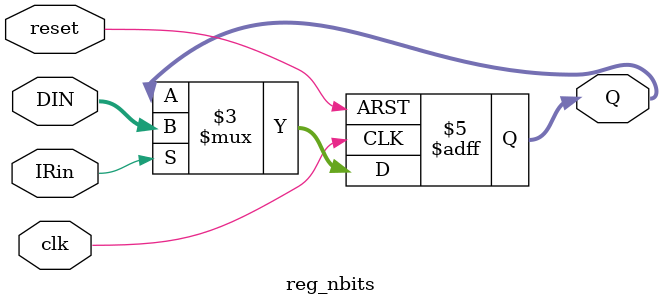
<source format=v>
module reg_nbits (IRin, clk, reset, DIN, Q);
    parameter N = 8;
    input IRin, clk, reset;
    input [N-1:0] DIN;
    output reg [N-1:0] Q;

    always @(posedge clk or posedge reset) begin
        if (reset)
            Q <= 0;
        else if (IRin)
            Q <= DIN;
        else
            Q <= Q;
    end
endmodule
</source>
